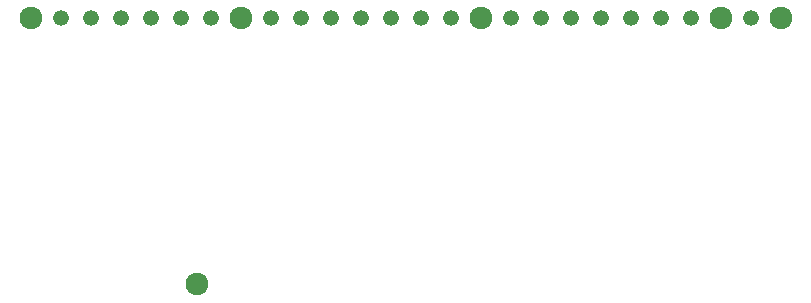
<source format=gbr>
G04 EAGLE Gerber RS-274X export*
G75*
%MOMM*%
%FSLAX34Y34*%
%LPD*%
%INSoldermask Bottom*%
%IPPOS*%
%AMOC8*
5,1,8,0,0,1.08239X$1,22.5*%
G01*
%ADD10C,1.327000*%
%ADD11C,1.927000*%


D10*
X50800Y228600D03*
X76200Y228600D03*
X101600Y228600D03*
X127000Y228600D03*
X152400Y228600D03*
X177800Y228600D03*
X228600Y228600D03*
X254000Y228600D03*
X279400Y228600D03*
X304800Y228600D03*
X330200Y228600D03*
X355600Y228600D03*
X381000Y228600D03*
X431800Y228600D03*
X457200Y228600D03*
X482600Y228600D03*
X508000Y228600D03*
X533400Y228600D03*
X558800Y228600D03*
X584200Y228600D03*
X635000Y228600D03*
D11*
X25400Y228600D03*
X406400Y228600D03*
X165894Y3175D03*
X203200Y228600D03*
X609600Y228600D03*
X660400Y228600D03*
M02*

</source>
